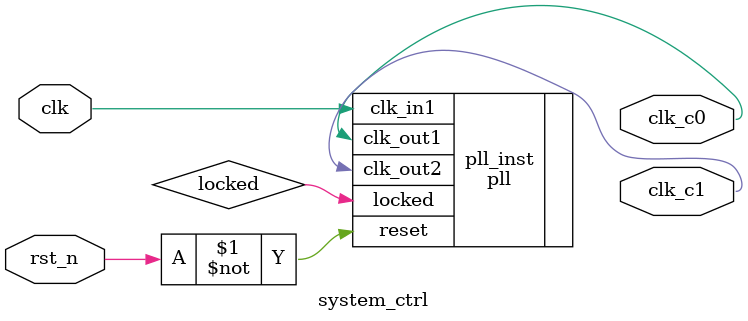
<source format=v>
/*-------------------------------------------------------------------------
Filename			:		system_ctrl.v
===========================================================================
13/02/1
--------------------------------------------------------------------------*/
`timescale 1 ns / 1 ns
module system_ctrl
(
	input 		clk,	      //100MHz
	input 		rst_n,		  //global reset

	output 		clk_c0,	     //65Mhz	
	output 		clk_c1       //25Mhz

);


//----------------------------------------------
//Component instantiation
wire 	locked;	
pll pll_inst
(
	.clk_in1	    (clk),
	.reset	        (~rst_n),
	.locked	        (locked),
			
	.clk_out1		(clk_c0),          //65Mhz	
	.clk_out2		(clk_c1)           //25Mhz	

);


endmodule

</source>
